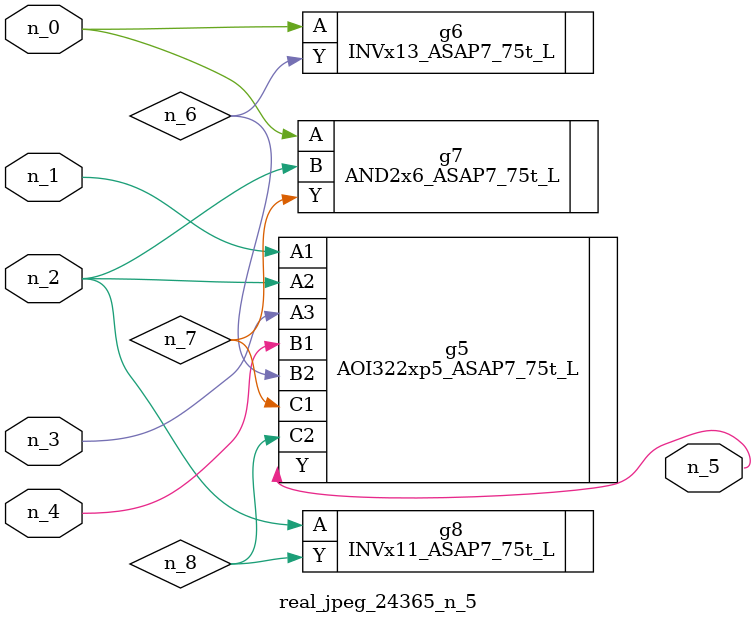
<source format=v>
module real_jpeg_24365_n_5 (n_4, n_0, n_1, n_2, n_3, n_5);

input n_4;
input n_0;
input n_1;
input n_2;
input n_3;

output n_5;

wire n_8;
wire n_6;
wire n_7;

INVx13_ASAP7_75t_L g6 ( 
.A(n_0),
.Y(n_6)
);

AND2x6_ASAP7_75t_L g7 ( 
.A(n_0),
.B(n_2),
.Y(n_7)
);

AOI322xp5_ASAP7_75t_L g5 ( 
.A1(n_1),
.A2(n_2),
.A3(n_3),
.B1(n_4),
.B2(n_6),
.C1(n_7),
.C2(n_8),
.Y(n_5)
);

INVx11_ASAP7_75t_L g8 ( 
.A(n_2),
.Y(n_8)
);


endmodule
</source>
